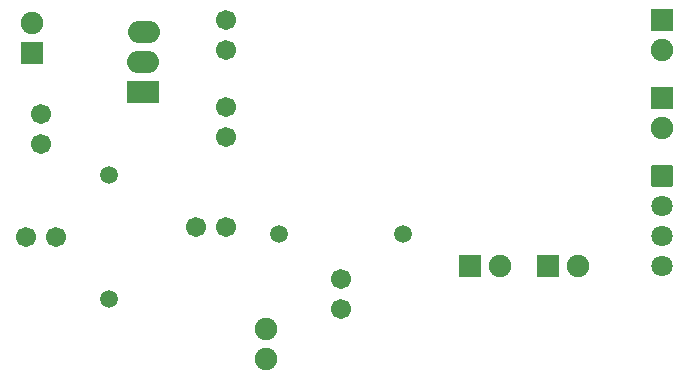
<source format=gbs>
G04 Layer: BottomSolderMaskLayer*
G04 EasyEDA v6.5.40, 2024-08-20 21:44:02*
G04 Gerber Generator version 0.2*
G04 Scale: 100 percent, Rotated: No, Reflected: No *
G04 Dimensions in inches *
G04 leading zeros omitted , absolute positions ,3 integer and 6 decimal *
%FSLAX36Y36*%
%MOIN*%

%AMMACRO1*1,1,$1,$2,$3*1,1,$1,$4,$5*1,1,$1,0-$2,0-$3*1,1,$1,0-$4,0-$5*20,1,$1,$2,$3,$4,$5,0*20,1,$1,$4,$5,0-$2,0-$3,0*20,1,$1,0-$2,0-$3,0-$4,0-$5,0*20,1,$1,0-$4,0-$5,$2,$3,0*4,1,4,$2,$3,$4,$5,0-$2,0-$3,0-$4,0-$5,$2,$3,0*%
%ADD10C,0.0670*%
%ADD11C,0.0749*%
%ADD12R,0.0749X0.0749*%
%ADD13MACRO1,0.004X0.0354X0.0354X0.0354X-0.0354*%
%ADD14MACRO1,0.004X-0.0354X0.0354X0.0354X0.0354*%
%ADD15MACRO1,0.004X0.0335X0.0335X0.0335X-0.0335*%
%ADD16C,0.0709*%
%ADD17C,0.0591*%
%ADD18O,0.10636200000000001X0.074866*%
%ADD19R,0.1064X0.0749*%

%LPD*%
D10*
G01*
X160000Y-415000D03*
G01*
X160000Y-515000D03*
G01*
X775000Y-200000D03*
G01*
X775000Y-100000D03*
G01*
X775000Y-390000D03*
G01*
X775000Y-490000D03*
G01*
X210000Y-825000D03*
G01*
X110000Y-825000D03*
G01*
X775000Y-790000D03*
G01*
X675000Y-790000D03*
G01*
X1160000Y-965000D03*
G01*
X1160000Y-1065000D03*
D11*
G01*
X910000Y-1130000D03*
G01*
X910000Y-1230000D03*
G01*
X130000Y-110000D03*
D12*
G01*
X130000Y-210000D03*
D11*
G01*
X2230000Y-200000D03*
D13*
G01*
X2230000Y-100000D03*
D11*
G01*
X2230000Y-460000D03*
D13*
G01*
X2230000Y-360000D03*
D11*
G01*
X1690000Y-920000D03*
D14*
G01*
X1590000Y-920000D03*
D11*
G01*
X1950000Y-920000D03*
D14*
G01*
X1850000Y-920000D03*
D15*
G01*
X2230000Y-620000D03*
D16*
G01*
X2230000Y-720000D03*
G01*
X2230000Y-820000D03*
G01*
X2230000Y-920000D03*
D17*
G01*
X385000Y-618310D03*
G01*
X385000Y-1031689D03*
G01*
X953310Y-815000D03*
G01*
X1366689Y-815000D03*
D18*
G01*
X499810Y-240010D03*
G01*
X500199Y-140000D03*
D19*
G01*
X499800Y-340010D03*
M02*

</source>
